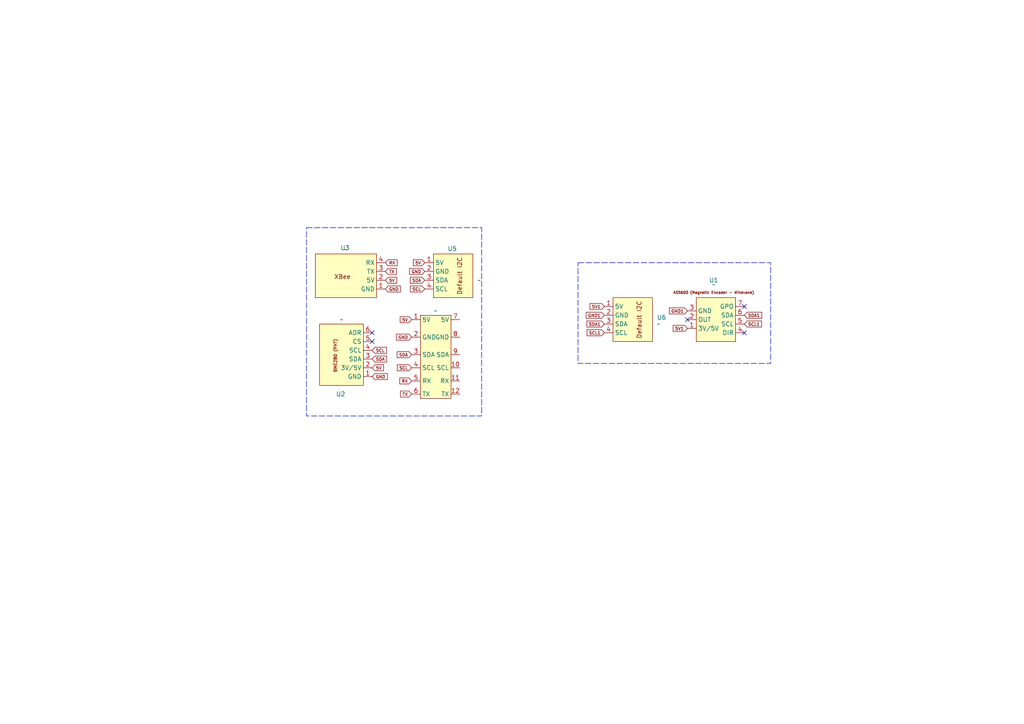
<source format=kicad_sch>
(kicad_sch (version 20231120) (generator "eeschema") (generator_version "8.0")
  (paper "A4")
  (lib_symbols
    (symbol "TAFLab-Symbol-Library:AS5600_Magnetic_Encoder_Windvane"
      (property "Reference" "U" (at 0 0 0))
      (symbol "AS5600_Magnetic_Encoder_Windvane_1_1"
        (rectangle (start 2.54 6.35) (end 13.97 -6.35) (fill (type background)))
        (text "AS5600 (Magnetic Encoder - Windvane)" (at 7.62 -7.874 0) (effects (font (size 0.762 0.762))))
        (pin power_in line (at 0 2.54 0) (length 2.54) (name "3V/5V") (number "1"))
        (pin output line (at 0 0 0) (length 2.54) (name "OUT") (number "2"))
        (pin power_in line (at 0 -2.54 0) (length 2.54) (name "GND") (number "3"))
        (pin unspecified line (at 16.51 3.81 180) (length 2.54) (name "DIR") (number "4"))
        (pin bidirectional line (at 16.51 1.27 180) (length 2.54) (name "SCL") (number "5"))
        (pin bidirectional line (at 16.51 -1.27 180) (length 2.54) (name "SDA") (number "6"))
        (pin unspecified line (at 16.51 -3.81 180) (length 2.54) (name "GPO") (number "7"))
      )
    )
    (symbol "TAFLab-Symbol-Library:BME280_PHT"
      (property "Reference" "U" (at 0 0 0))
      (symbol "BME280_PHT_1_1"
        (rectangle (start 2.54 5.08) (end 15.24 -12.7) (fill (type background)))
        (text "BME280 (PHT)" (at 10.668 -3.556 900) (effects (font (size 0.889 0.889))))
        (pin power_in line (at 0 2.54 0) (length 2.54) (name "GND") (number "1"))
        (pin power_in line (at 0 0 0) (length 2.54) (name "3V/5V") (number "2"))
        (pin bidirectional line (at 0 -2.54 0) (length 2.54) (name "SDA") (number "3"))
        (pin bidirectional line (at 0 -5.08 0) (length 2.54) (name "SCL") (number "4"))
        (pin unspecified line (at 0 -7.62 0) (length 2.54) (name "CS") (number "5"))
        (pin unspecified line (at 0 -10.16 0) (length 2.54) (name "ADR") (number "6"))
      )
    )
    (symbol "TAFLab-Symbol-Library:Default_I2C"
      (property "Reference" "U" (at 0 0 0))
      (symbol "Default_I2C_1_1"
        (rectangle (start 2.54 5.08) (end 13.97 -7.62) (fill (type background)))
        (text "Default I2C" (at 10.16 -1.27 900) (effects (font (size 1.27 1.27))))
        (pin unspecified line (at 0 2.54 0) (length 2.54) (name "5V") (number "1"))
        (pin unspecified line (at 0 0 0) (length 2.54) (name "GND") (number "2"))
        (pin unspecified line (at 0 -2.54 0) (length 2.54) (name "SDA") (number "3"))
        (pin unspecified line (at 0 -5.08 0) (length 2.54) (name "SCL") (number "4"))
      )
    )
    (symbol "TAFLab-Symbol-Library:Top_Boat_Symbol"
      (property "Reference" "U" (at 0 0 0))
      (symbol "Top_Boat_Symbol_1_1"
        (rectangle (start -19.05 8.89) (end 5.08 0) (fill (type background)))
        (pin power_in line (at -17.78 -2.54 90) (length 2.54) (name "5V") (number "1"))
        (pin bidirectional line (at -3.81 11.43 270) (length 2.54) (name "SCL") (number "10"))
        (pin input line (at 0 11.43 270) (length 2.54) (name "RX") (number "11"))
        (pin output line (at 3.81 11.43 270) (length 2.54) (name "TX") (number "12"))
        (pin power_in line (at -12.7 -2.54 90) (length 2.54) (name "GND") (number "2"))
        (pin bidirectional line (at -7.62 -2.54 90) (length 2.54) (name "SDA") (number "3"))
        (pin bidirectional line (at -3.81 -2.54 90) (length 2.54) (name "SCL") (number "4"))
        (pin input line (at 0 -2.54 90) (length 2.54) (name "RX") (number "5"))
        (pin output line (at 3.81 -2.54 90) (length 2.54) (name "TX") (number "6"))
        (pin power_in line (at -17.78 11.43 270) (length 2.54) (name "5V") (number "7"))
        (pin power_in line (at -12.7 11.43 270) (length 2.54) (name "GND") (number "8"))
        (pin bidirectional line (at -7.62 11.43 270) (length 2.54) (name "SDA") (number "9"))
      )
    )
    (symbol "TAFLab-Symbol-Library:XBeeBreakout"
      (property "Reference" "U" (at 0 0 0))
      (symbol "XBeeBreakout_1_1"
        (rectangle (start 2.54 5.08) (end 20.32 -7.62) (fill (type background)))
        (text "XBee" (at 12.446 -1.016 0) (effects (font (size 1.27 1.27))))
        (pin power_in line (at 0 2.54 0) (length 2.54) (name "GND") (number "1"))
        (pin power_in line (at 0 0 0) (length 2.54) (name "5V") (number "2"))
        (pin output line (at 0 -2.54 0) (length 2.54) (name "TX") (number "3"))
        (pin input line (at 0 -5.08 0) (length 2.54) (name "RX") (number "4"))
      )
    )
  )
  (no_connect (at 199.39 92.71))
  (no_connect (at 107.95 96.52))
  (no_connect (at 107.95 99.06))
  (no_connect (at 215.9 88.9))
  (no_connect (at 215.9 96.52))
  (rectangle (start 167.64 76.2) (end 223.52 105.41) (stroke (width 0) (type dash)))
  (rectangle (start 88.9 66.04) (end 139.7 120.65) (stroke (width 0) (type dash)))
  (global_label "TX" (shape input) (at 119.38 114.3 180) (effects (font (size 0.889 0.889))) (property "Intersheetrefs" "${INTERSHEET_REFS}" (effects (hide yes))))
  (global_label "SCL1" (shape input) (at 175.26 96.52 180) (effects (font (size 0.889 0.889))) (property "Intersheetrefs" "${INTERSHEET_REFS}" (effects (hide yes))))
  (global_label "SDA1" (shape input) (at 175.26 93.98 180) (effects (font (size 0.889 0.889))) (property "Intersheetrefs" "${INTERSHEET_REFS}" (effects (hide yes))))
  (global_label "SCL" (shape input) (at 123.19 83.82 180) (effects (font (size 0.889 0.889))) (property "Intersheetrefs" "${INTERSHEET_REFS}" (effects (hide yes))))
  (global_label "SDA" (shape input) (at 119.38 102.87 180) (effects (font (size 0.889 0.889))) (property "Intersheetrefs" "${INTERSHEET_REFS}" (effects (hide yes))))
  (global_label "5V" (shape input) (at 111.76 81.28 0) (effects (font (size 0.889 0.889))) (property "Intersheetrefs" "${INTERSHEET_REFS}" (effects (hide yes))))
  (global_label "GND" (shape input) (at 111.76 83.82 0) (effects (font (size 0.889 0.889))) (property "Intersheetrefs" "${INTERSHEET_REFS}" (effects (hide yes))))
  (global_label "GND" (shape input) (at 107.95 109.22 0) (effects (font (size 0.889 0.889))) (property "Intersheetrefs" "${INTERSHEET_REFS}" (effects (hide yes))))
  (global_label "GND" (shape input) (at 119.38 97.79 180) (effects (font (size 0.889 0.889))) (property "Intersheetrefs" "${INTERSHEET_REFS}" (effects (hide yes))))
  (global_label "SCL1" (shape input) (at 215.9 93.98 0) (effects (font (size 0.889 0.889))) (property "Intersheetrefs" "${INTERSHEET_REFS}" (effects (hide yes))))
  (global_label "RX" (shape input) (at 111.76 76.2 0) (effects (font (size 0.889 0.889))) (property "Intersheetrefs" "${INTERSHEET_REFS}" (effects (hide yes))))
  (global_label "SCL" (shape input) (at 119.38 106.68 180) (effects (font (size 0.889 0.889))) (property "Intersheetrefs" "${INTERSHEET_REFS}" (effects (hide yes))))
  (global_label "5V" (shape input) (at 123.19 76.2 180) (effects (font (size 0.889 0.889))) (property "Intersheetrefs" "${INTERSHEET_REFS}" (effects (hide yes))))
  (global_label "GND1" (shape input) (at 175.26 91.44 180) (effects (font (size 0.889 0.889))) (property "Intersheetrefs" "${INTERSHEET_REFS}" (effects (hide yes))))
  (global_label "5V1" (shape input) (at 199.39 95.25 180) (effects (font (size 0.889 0.889))) (property "Intersheetrefs" "${INTERSHEET_REFS}" (effects (hide yes))))
  (global_label "5V" (shape input) (at 107.95 106.68 0) (effects (font (size 0.889 0.889))) (property "Intersheetrefs" "${INTERSHEET_REFS}" (effects (hide yes))))
  (global_label "GND1" (shape input) (at 199.39 90.17 180) (effects (font (size 0.889 0.889))) (property "Intersheetrefs" "${INTERSHEET_REFS}" (effects (hide yes))))
  (global_label "5V" (shape input) (at 119.38 92.71 180) (effects (font (size 0.889 0.889))) (property "Intersheetrefs" "${INTERSHEET_REFS}" (effects (hide yes))))
  (global_label "RX" (shape input) (at 119.38 110.49 180) (effects (font (size 0.889 0.889))) (property "Intersheetrefs" "${INTERSHEET_REFS}" (effects (hide yes))))
  (global_label "SCL" (shape input) (at 107.95 101.6 0) (effects (font (size 0.889 0.889))) (property "Intersheetrefs" "${INTERSHEET_REFS}" (effects (hide yes))))
  (global_label "TX" (shape input) (at 111.76 78.74 0) (effects (font (size 0.889 0.889))) (property "Intersheetrefs" "${INTERSHEET_REFS}" (effects (hide yes))))
  (global_label "SDA" (shape input) (at 123.19 81.28 180) (effects (font (size 0.889 0.889))) (property "Intersheetrefs" "${INTERSHEET_REFS}" (effects (hide yes))))
  (global_label "SDA" (shape input) (at 107.95 104.14 0) (effects (font (size 0.889 0.889))) (property "Intersheetrefs" "${INTERSHEET_REFS}" (effects (hide yes))))
  (global_label "5V1" (shape input) (at 175.26 88.9 180) (effects (font (size 0.889 0.889))) (property "Intersheetrefs" "${INTERSHEET_REFS}" (effects (hide yes))))
  (global_label "SDA1" (shape input) (at 215.9 91.44 0) (effects (font (size 0.889 0.889))) (property "Intersheetrefs" "${INTERSHEET_REFS}" (effects (hide yes))))
  (global_label "GND" (shape input) (at 123.19 78.74 180) (effects (font (size 0.889 0.889))) (property "Intersheetrefs" "${INTERSHEET_REFS}" (effects (hide yes))))
  (symbol (lib_id "TAFLab-Symbol-Library:Default_I2C") (at 175.26 91.44 0) (unit 1)
    (property "Reference" "U6" (at 190.5 92.0749 0) (effects (justify left)))
    (property "Value" "~" (at 190.5 93.98 0) (effects (justify left)))
    (property "Footprint" "TAFLab-Footprint-Library:Default4Pin" (effects (hide yes)))
  )
  (symbol (lib_id "TAFLab-Symbol-Library:AS5600_Magnetic_Encoder_Windvane") (at 199.39 92.71 0) (mirror x) (unit 1)
    (property "Reference" "U1" (at 207.01 81.28 0))
    (property "Value" "~" (at 207.01 82.55 0))
    (property "Footprint" "TAFLab-Footprint-Library:AS5600_Magnetic_Encoder_Windvane" (effects (hide yes)))
  )
  (symbol (lib_id "TAFLab-Symbol-Library:Top_Boat_Symbol") (at 121.92 110.49 270) (unit 1)
    (property "Reference" "U4" (effects (hide yes)))
    (property "Value" "~" (at 126.365 90.17 90))
    (property "Footprint" "TAFLab-Footprint-Library:Top_Boat_PCB" (effects (hide yes)))
  )
  (symbol (lib_id "TAFLab-Symbol-Library:Default_I2C") (at 123.19 78.74 0) (unit 1)
    (property "Reference" "U5" (at 129.794 72.136 0) (effects (justify left)))
    (property "Value" "~" (at 138.43 81.28 0) (effects (justify left)))
    (property "Footprint" "TAFLab-Footprint-Library:Default4Pin" (effects (hide yes)))
  )
  (symbol (lib_id "TAFLab-Symbol-Library:XBeeBreakout") (at 111.76 81.28 180) (unit 1)
    (property "Reference" "U3" (at 100.076 71.882 0))
    (property "Value" "~" (at 100.33 72.39 0))
    (property "Footprint" "TAFLab-Footprint-Library:XBeeBreakout" (effects (hide yes)))
  )
  (symbol (lib_id "TAFLab-Symbol-Library:BME280_PHT") (at 107.95 106.68 180) (unit 1)
    (property "Reference" "U2" (at 98.806 114.3 0))
    (property "Value" "~" (at 99.06 92.71 0))
    (property "Footprint" "TAFLab-Footprint-Library:BME280_PHT" (effects (hide yes)))
  )
)
</source>
